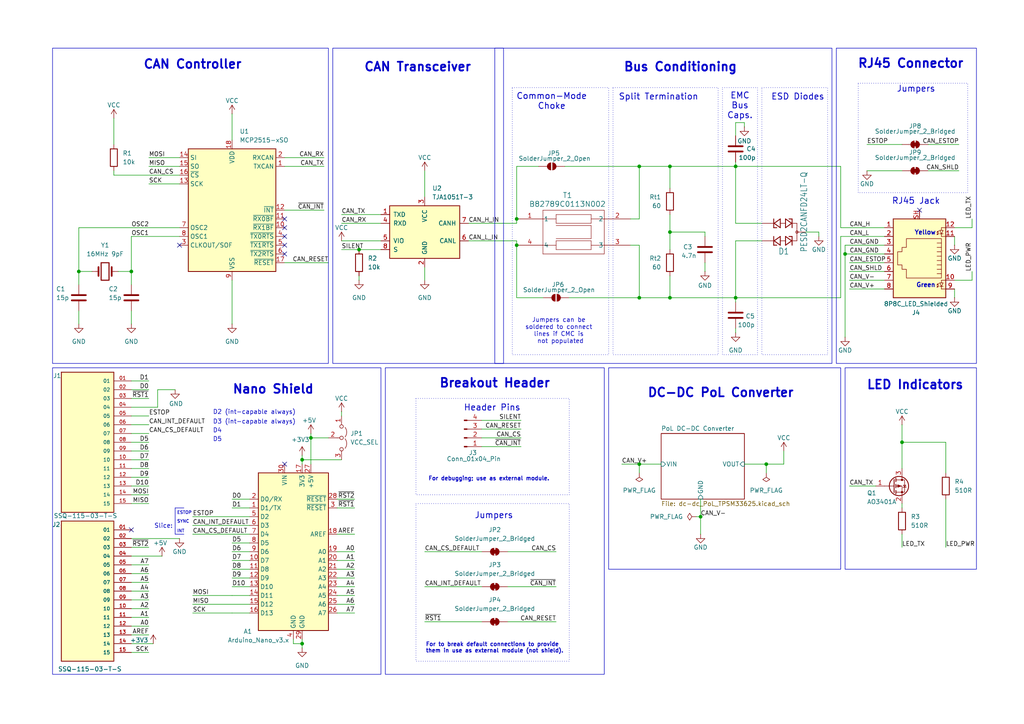
<source format=kicad_sch>
(kicad_sch (version 20250114) (generator "eeschema") (generator_version "9.0")
  (paper "A4")
  (lib_symbols
    (symbol "Connector:8P8C_LED_Shielded" (pin_names (offset 1.016))
      (property "Reference" "J" (at -5.08 13.97 0))
      (property "Value" "8P8C_LED_Shielded" (at 1.27 13.97 0))
      (symbol "8P8C_LED_Shielded_1_1"
        (pin passive line (at -10.16 10.16 0) (length 2.54) (name "~") (number "9"))
        (pin passive line (at -10.16 7.62 0) (length 2.54) (name "~") (number "10"))
        (pin passive line (at -10.16 -5.08 0) (length 2.54) (name "~") (number "11"))
        (pin passive line (at -10.16 -7.62 0) (length 2.54) (name "~") (number "12"))
        (pin passive line (at 0 -12.7 90) (length 2.54) (name "~") (number "SH"))
        (pin passive line (at 10.16 10.16 180) (length 2.54) (name "~") (number "8"))
        (pin passive line (at 10.16 7.62 180) (length 2.54) (name "~") (number "7"))
        (pin passive line (at 10.16 5.08 180) (length 2.54) (name "~") (number "6"))
        (pin passive line (at 10.16 2.54 180) (length 2.54) (name "~") (number "5"))
        (pin passive line (at 10.16 0 180) (length 2.54) (name "~") (number "4"))
        (pin passive line (at 10.16 -2.54 180) (length 2.54) (name "~") (number "3"))
        (pin passive line (at 10.16 -5.08 180) (length 2.54) (name "~") (number "2"))
        (pin passive line (at 10.16 -7.62 180) (length 2.54) (name "~") (number "1"))
      )
    )
    (symbol "Connector:Conn_01x04_Pin" (pin_names (offset 1.016) (hide yes))
      (property "Reference" "J" (at 0 5.08 0))
      (property "Value" "Conn_01x04_Pin" (at 0 -7.62 0))
      (symbol "Conn_01x04_Pin_1_1"
        (pin passive line (at 5.08 2.54 180) (length 3.81) (name "Pin_1") (number "1"))
        (pin passive line (at 5.08 0 180) (length 3.81) (name "Pin_2") (number "2"))
        (pin passive line (at 5.08 -2.54 180) (length 3.81) (name "Pin_3") (number "3"))
        (pin passive line (at 5.08 -5.08 180) (length 3.81) (name "Pin_4") (number "4"))
      )
    )
    (symbol "Device:C" (pin_numbers (hide yes)) (pin_names (offset 0.254))
      (property "Reference" "C" (at 0.635 2.54 0))
      (property "Value" "C" (at 0.635 -2.54 0))
      (symbol "C_1_1"
        (pin passive line (at 0 3.81 270) (length 2.794) (name "~") (number "1"))
        (pin passive line (at 0 -3.81 90) (length 2.794) (name "~") (number "2"))
      )
    )
    (symbol "Device:Crystal" (pin_numbers (hide yes)) (pin_names (offset 1.016) (hide yes))
      (property "Reference" "Y" (at 0 3.81 0))
      (property "Value" "Crystal" (at 0 -3.81 0))
      (symbol "Crystal_1_1"
        (pin passive line (at -3.81 0 0) (length 1.27) (name "1") (number "1"))
        (pin passive line (at 3.81 0 180) (length 1.27) (name "2") (number "2"))
      )
    )
    (symbol "Device:R" (pin_numbers (hide yes)) (pin_names (offset 0))
      (property "Reference" "R" (at 2.032 0 90))
      (property "Value" "R" (at 0 0 90))
      (symbol "R_1_1"
        (pin passive line (at 0 3.81 270) (length 1.27) (name "~") (number "1"))
        (pin passive line (at 0 -3.81 90) (length 1.27) (name "~") (number "2"))
      )
    )
    (symbol "Interface_CAN_LIN:MCP2515-xSO"
      (property "Reference" "U" (at -10.16 19.685 0))
      (property "Value" "MCP2515-xSO" (at 19.05 20.32 0))
      (symbol "MCP2515-xSO_1_1"
        (pin input line (at -15.24 15.24 0) (length 2.54) (name "SI") (number "14"))
        (pin output line (at -15.24 12.7 0) (length 2.54) (name "SO") (number "15"))
        (pin input line (at -15.24 10.16 0) (length 2.54) (name "~{CS}") (number "16"))
        (pin input line (at -15.24 7.62 0) (length 2.54) (name "SCK") (number "13"))
        (pin output line (at -15.24 -5.08 0) (length 2.54) (name "OSC2") (number "7"))
        (pin input line (at -15.24 -7.62 0) (length 2.54) (name "OSC1") (number "8"))
        (pin output line (at -15.24 -10.16 0) (length 2.54) (name "CLKOUT/SOF") (number "3"))
        (pin power_in line (at 0 20.32 270) (length 2.54) (name "VDD") (number "18"))
        (pin power_in line (at 0 -20.32 90) (length 2.54) (name "VSS") (number "9"))
        (pin input line (at 15.24 15.24 180) (length 2.54) (name "RXCAN") (number "2"))
        (pin output line (at 15.24 12.7 180) (length 2.54) (name "TXCAN") (number "1"))
        (pin output line (at 15.24 0 180) (length 2.54) (name "~{INT}") (number "12"))
        (pin output line (at 15.24 -2.54 180) (length 2.54) (name "~{RX0BF}") (number "11"))
        (pin output line (at 15.24 -5.08 180) (length 2.54) (name "~{RX1BF}") (number "10"))
        (pin input line (at 15.24 -7.62 180) (length 2.54) (name "~{TX0RTS}") (number "4"))
        (pin input line (at 15.24 -10.16 180) (length 2.54) (name "~{TX1RTS}") (number "5"))
        (pin input line (at 15.24 -12.7 180) (length 2.54) (name "~{TX2RTS}") (number "6"))
        (pin input line (at 15.24 -15.24 180) (length 2.54) (name "~{RESET}") (number "17"))
      )
    )
    (symbol "Interface_CAN_LIN:TJA1051T-3" (pin_names (offset 1.016))
      (property "Reference" "U" (at -10.16 8.89 0))
      (property "Value" "TJA1051T-3" (at 1.27 8.89 0))
      (symbol "TJA1051T-3_1_1"
        (pin input line (at -12.7 5.08 0) (length 2.54) (name "TXD") (number "1"))
        (pin output line (at -12.7 2.54 0) (length 2.54) (name "RXD") (number "4"))
        (pin power_in line (at -12.7 -2.54 0) (length 2.54) (name "VIO") (number "5"))
        (pin input line (at -12.7 -5.08 0) (length 2.54) (name "S") (number "8"))
        (pin power_in line (at 0 10.16 270) (length 2.54) (name "VCC") (number "3"))
        (pin power_in line (at 0 -10.16 90) (length 2.54) (name "GND") (number "2"))
        (pin bidirectional line (at 12.7 2.54 180) (length 2.54) (name "CANH") (number "7"))
        (pin bidirectional line (at 12.7 -2.54 180) (length 2.54) (name "CANL") (number "6"))
      )
    )
    (symbol "Jumper:Jumper_3_Open" (pin_names (offset 0) (hide yes)) (in_bom no)
      (property "Reference" "JP" (at -2.54 -2.54 0))
      (property "Value" "Jumper_3_Open" (at 0 2.794 0))
      (symbol "Jumper_3_Open_1_1"
        (pin passive line (at -6.35 0 0) (length 2.54) (name "A") (number "1"))
        (pin passive line (at 0 -3.81 90) (length 2.54) (name "C") (number "2"))
        (pin passive line (at 6.35 0 180) (length 2.54) (name "B") (number "3"))
      )
    )
    (symbol "Jumper:SolderJumper_2_Bridged" (pin_numbers (hide yes)) (pin_names (offset 0) (hide yes)) (exclude_from_sim yes) (in_bom no)
      (property "Reference" "JP" (at 0 2.032 0))
      (property "Value" "SolderJumper_2_Bridged" (at 0 -2.54 0))
      (symbol "SolderJumper_2_Bridged_1_1"
        (pin passive line (at -3.81 0 0) (length 2.54) (name "A") (number "1"))
        (pin passive line (at 3.81 0 180) (length 2.54) (name "B") (number "2"))
      )
    )
    (symbol "Jumper:SolderJumper_2_Open" (pin_numbers (hide yes)) (pin_names (offset 0) (hide yes)) (in_bom no)
      (property "Reference" "JP" (at 0 2.032 0))
      (property "Value" "SolderJumper_2_Open" (at 0 -2.54 0))
      (symbol "SolderJumper_2_Open_1_1"
        (pin passive line (at -3.81 0 0) (length 2.54) (name "A") (number "1"))
        (pin passive line (at 3.81 0 180) (length 2.54) (name "B") (number "2"))
      )
    )
    (symbol "MCU_Module:Arduino_Nano_v3.x"
      (property "Reference" "A" (at -10.16 23.495 0))
      (property "Value" "Arduino_Nano_v3.x" (at 5.08 -24.13 0))
      (symbol "Arduino_Nano_v3.x_1_1"
        (pin bidirectional line (at -12.7 15.24 0) (length 2.54) (name "D0/RX") (number "2"))
        (pin bidirectional line (at -12.7 12.7 0) (length 2.54) (name "D1/TX") (number "1"))
        (pin bidirectional line (at -12.7 10.16 0) (length 2.54) (name "D2") (number "5"))
        (pin bidirectional line (at -12.7 7.62 0) (length 2.54) (name "D3") (number "6"))
        (pin bidirectional line (at -12.7 5.08 0) (length 2.54) (name "D4") (number "7"))
        (pin bidirectional line (at -12.7 2.54 0) (length 2.54) (name "D5") (number "8"))
        (pin bidirectional line (at -12.7 0 0) (length 2.54) (name "D6") (number "9"))
        (pin bidirectional line (at -12.7 -2.54 0) (length 2.54) (name "D7") (number "10"))
        (pin bidirectional line (at -12.7 -5.08 0) (length 2.54) (name "D8") (number "11"))
        (pin bidirectional line (at -12.7 -7.62 0) (length 2.54) (name "D9") (number "12"))
        (pin bidirectional line (at -12.7 -10.16 0) (length 2.54) (name "D10") (number "13"))
        (pin bidirectional line (at -12.7 -12.7 0) (length 2.54) (name "D11") (number "14"))
        (pin bidirectional line (at -12.7 -15.24 0) (length 2.54) (name "D12") (number "15"))
        (pin bidirectional line (at -12.7 -17.78 0) (length 2.54) (name "D13") (number "16"))
        (pin power_in line (at -2.54 25.4 270) (length 2.54) (name "VIN") (number "30"))
        (pin power_in line (at 0 -25.4 90) (length 2.54) (name "GND") (number "4"))
        (pin power_out line (at 2.54 25.4 270) (length 2.54) (name "3V3") (number "17"))
        (pin power_in line (at 2.54 -25.4 90) (length 2.54) (name "GND") (number "29"))
        (pin power_out line (at 5.08 25.4 270) (length 2.54) (name "+5V") (number "27"))
        (pin input line (at 12.7 15.24 180) (length 2.54) (name "~{RESET}") (number "28"))
        (pin input line (at 12.7 12.7 180) (length 2.54) (name "~{RESET}") (number "3"))
        (pin input line (at 12.7 5.08 180) (length 2.54) (name "AREF") (number "18"))
        (pin bidirectional line (at 12.7 0 180) (length 2.54) (name "A0") (number "19"))
        (pin bidirectional line (at 12.7 -2.54 180) (length 2.54) (name "A1") (number "20"))
        (pin bidirectional line (at 12.7 -5.08 180) (length 2.54) (name "A2") (number "21"))
        (pin bidirectional line (at 12.7 -7.62 180) (length 2.54) (name "A3") (number "22"))
        (pin bidirectional line (at 12.7 -10.16 180) (length 2.54) (name "A4") (number "23"))
        (pin bidirectional line (at 12.7 -12.7 180) (length 2.54) (name "A5") (number "24"))
        (pin bidirectional line (at 12.7 -15.24 180) (length 2.54) (name "A6") (number "25"))
        (pin bidirectional line (at 12.7 -17.78 180) (length 2.54) (name "A7") (number "26"))
      )
    )
    (symbol "Transistor_FET:AO3401A" (pin_names (hide yes))
      (property "Reference" "Q" (at 5.08 1.905 0))
      (property "Value" "AO3401A" (at 5.08 0 0))
      (symbol "AO3401A_1_1"
        (pin input line (at -5.08 0 0) (length 2.54) (name "G") (number "1"))
        (pin passive line (at 2.54 5.08 270) (length 2.54) (name "D") (number "3"))
        (pin passive line (at 2.54 -5.08 90) (length 2.54) (name "S") (number "2"))
      )
    )
    (symbol "kml-custom:B82789C0113N002" (pin_names (offset 0.254))
      (property "Reference" "U" (at 20.32 7.62 0))
      (property "Value" "B82789C0113N002" (at 20.32 5.08 0))
      (symbol "B82789C0113N002_0_1"
        (pin unspecified line (at 3.81 0 0) (length 7.62) (name "1") (number "1"))
        (pin unspecified line (at 3.81 -7.62 0) (length 7.62) (name "4") (number "4"))
        (pin unspecified line (at 36.83 0 180) (length 7.62) (name "2") (number "2"))
        (pin unspecified line (at 36.83 -7.62 180) (length 7.62) (name "3") (number "3"))
      )
    )
    (symbol "kml-custom:PESD2CANFD24LT-Q"
      (property "Reference" "D1" (at -5.08 5.08 0))
      (property "Value" "PESD2CANFD24LT-Q" (at -5.08 -7.62 0))
      (symbol "PESD2CANFD24LT-Q_1_0"
        (pin passive line (at -7.62 2.54 0) (length 2.54) (name "1") (number "1"))
        (pin passive line (at -7.62 -2.54 0) (length 2.54) (name "2") (number "2"))
        (pin passive line (at 5.08 0 180) (length 2.54) (name "3") (number "3"))
      )
    )
    (symbol "kml-custom:SSQ-115-03-T-S" (pin_names (offset 1.016))
      (property "Reference" "J" (at -8.12 20.32 0))
      (property "Value" "SSQ-115-03-T-S" (at -7.62 -22.86 0))
      (symbol "SSQ-115-03-T-S_0_0"
        (pin passive line (at -12.7 17.78 0) (length 5.08) (name "01") (number "01"))
        (pin passive line (at -12.7 15.24 0) (length 5.08) (name "02") (number "02"))
        (pin passive line (at -12.7 12.7 0) (length 5.08) (name "03") (number "03"))
        (pin passive line (at -12.7 10.16 0) (length 5.08) (name "04") (number "04"))
        (pin passive line (at -12.7 7.62 0) (length 5.08) (name "05") (number "05"))
        (pin passive line (at -12.7 5.08 0) (length 5.08) (name "06") (number "06"))
        (pin passive line (at -12.7 2.54 0) (length 5.08) (name "07") (number "07"))
        (pin passive line (at -12.7 0 0) (length 5.08) (name "08") (number "08"))
        (pin passive line (at -12.7 -2.54 0) (length 5.08) (name "09") (number "09"))
        (pin passive line (at -12.7 -5.08 0) (length 5.08) (name "10") (number "10"))
        (pin passive line (at -12.7 -7.62 0) (length 5.08) (name "11") (number "11"))
        (pin passive line (at -12.7 -10.16 0) (length 5.08) (name "12") (number "12"))
        (pin passive line (at -12.7 -12.7 0) (length 5.08) (name "13") (number "13"))
        (pin passive line (at -12.7 -15.24 0) (length 5.08) (name "14") (number "14"))
        (pin passive line (at -12.7 -17.78 0) (length 5.08) (name "15") (number "15"))
      )
    )
    (symbol "power:+3V3" (power) (pin_numbers (hide yes)) (pin_names (offset 0) (hide yes))
      (property "Value" "+3V3" (at 0 3.556 0))
      (symbol "+3V3_1_1"
        (pin power_in line (at 0 0 90) (length 0) (name "~") (number "1"))
      )
    )
    (symbol "power:+5V" (power) (pin_numbers (hide yes)) (pin_names (offset 0) (hide yes))
      (property "Value" "+5V" (at 0 3.556 0))
      (symbol "+5V_1_1"
        (pin power_in line (at 0 0 90) (length 0) (name "~") (number "1"))
      )
    )
    (symbol "power:GND" (power) (pin_numbers (hide yes)) (pin_names (offset 0) (hide yes))
      (property "Value" "GND" (at 0 -3.81 0))
      (symbol "GND_1_1"
        (pin power_in line (at 0 0 270) (length 0) (name "~") (number "1"))
      )
    )
    (symbol "power:PWR_FLAG" (power) (pin_numbers (hide yes)) (pin_names (offset 0) (hide yes))
      (property "Value" "PWR_FLAG" (at 0 3.81 0))
      (symbol "PWR_FLAG_0_0"
        (pin power_out line (at 0 0 90) (length 0) (name "~") (number "1"))
      )
    )
    (symbol "power:VCC" (power) (pin_numbers (hide yes)) (pin_names (offset 0) (hide yes))
      (property "Value" "VCC" (at 0 3.556 0))
      (symbol "VCC_1_1"
        (pin power_in line (at 0 0 90) (length 0) (name "~") (number "1"))
      )
    )
  )
  (rectangle (start 96.52 13.97) (end 146.05 105.41))
  (rectangle (start 176.53 106.68) (end 243.84 165.1))
  (rectangle (start 143.51 13.97) (end 241.3 105.41))
  (rectangle (start 177.8 25.4) (end 208.28 102.87) (stroke (width 0) (type dot)))
  (rectangle (start 242.57 13.97) (end 283.21 105.41))
  (rectangle (start 148.59 25.4) (end 176.53 102.87) (stroke (width 0) (type dot)))
  (rectangle (start 111.76 106.68) (end 175.26 195.58))
  (rectangle (start 220.98 25.4) (end 240.03 102.87) (stroke (width 0) (type dot)))
  (rectangle (start 245.11 106.68) (end 283.21 165.1))
  (rectangle (start 120.65 115.57) (end 165.1 143.51) (stroke (width 0) (type dot)))
  (rectangle (start 15.24 13.97) (end 95.25 105.41))
  (rectangle (start 15.24 106.68) (end 110.49 195.58))
  (rectangle (start 120.65 146.05) (end 165.1 191.77) (stroke (width 0) (type dot)))
  (rectangle (start 248.92 24.13) (end 280.67 55.88) (stroke (width 0) (type dot)))
  (rectangle (start 209.55 25.4) (end 219.71 102.87) (stroke (width 0) (type dot)))
  (text "Header Pins" (at 142.748 118.364 0) (effects (font (size 1.778 1.778) (thickness 0.2223))))
  (text "EMC\nBus\nCaps." (at 214.63 30.734 0) (effects (font (size 1.778 1.778) (thickness 0.2223))))
  (text "ESTOP" (at 51.308 148.844 0) (effects (font (size 0.889 0.889)) (justify left)))
  (text "For debugging; use as external module." (at 124.206 138.938 0) (effects (font (size 1.143 1.143) (thickness 0.2223)) (justify left)))
  (text "Slice:" (at 44.704 152.654 0) (effects (font (size 1.27 1.27)) (justify left)))
  (text "D5" (at 61.722 127.508 0) (effects (font (size 1.27 1.27)) (justify left)))
  (text "RJ45 Jack" (at 265.684 58.42 0) (effects (font (size 1.778 1.778) (thickness 0.2223))))
  (text "D4" (at 61.722 124.968 0) (effects (font (size 1.27 1.27)) (justify left)))
  (text "Bus Conditioning" (at 197.358 19.558 0) (effects (font (size 2.54 2.54) (thickness 0.508) (bold yes))))
  (text "Breakout Header" (at 143.51 111.252 0) (effects (font (size 2.54 2.54) (thickness 0.508) (bold yes))))
  (text "INT" (at 51.308 154.178 0) (effects (font (size 0.889 0.889)) (justify left)))
  (text "Jumpers" (at 143.256 149.606 0) (effects (font (size 1.778 1.778) (thickness 0.2223))))
  (text "CAN Controller" (at 55.88 18.796 0) (effects (font (size 2.54 2.54) (thickness 0.508) (bold yes))))
  (text "ESD Diodes" (at 231.394 28.194 0) (effects (font (size 1.778 1.778) (thickness 0.2223))))
  (text "For to break default connections to provide\nthem in use as external module (not shield)." (at 123.444 187.96 0) (effects (font (size 1.143 1.143) (thickness 0.2223)) (justify left)))
  (text "D3 (int-capable always)" (at 61.722 122.428 0) (effects (font (size 1.27 1.27)) (justify left)))
  (text "Split Termination" (at 191.008 28.194 0) (effects (font (size 1.778 1.778) (thickness 0.2223))))
  (text "SYNC" (at 51.308 151.384 0) (effects (font (size 0.889 0.889)) (justify left)))
  (text "Jumpers" (at 265.684 25.908 0) (effects (font (size 1.778 1.778) (thickness 0.2223))))
  (text "CAN Transceiver" (at 121.158 19.558 0) (effects (font (size 2.54 2.54) (thickness 0.508) (bold yes))))
  (text "RJ45 Connector" (at 264.16 18.542 0) (effects (font (size 2.54 2.54) (thickness 0.508) (bold yes))))
  (text "LED Indicators" (at 265.43 111.76 0) (effects (font (size 2.54 2.54) (thickness 0.508) (bold yes))))
  (text "CAN-Nano Configuration - Pinout for RJ45 connector\n\n+-----------------------------------------------------+\n| Pin | Signal		| Description                            \n+-----------------------------------------------------+\n| 1   | CAN_H		| CAN_H bus line (dominant high)           \n| 2   | CAN_L		| CAN_L bus line (dominant low)          \n| 3   | CAN_GND		| Ground / 0 V / V-                      \n| 4   | -			| SYNC pin connected to MCU                              \n| 5   | -			| ESTOP pin connected to MCU                                 \n| 6   | (CAN_SHLD)	| Optional (selectable*) CAN Shield                      \n| 7   | (GND)     	| VBUS ground                          \n| 8   | (CAN_V+)  	| VBUS +12V or +24V     \n+-----------------------------------------------------+\n\n* Shielding should be selectable as sometimes it is desirable to disconnect \n  the shield as it can create ground loops in large or complex setups" (at 300.482 86.36 0) (effects (font (size 1.27 1.27)) (justify left)))
  (text "Yellow" (at 265.176 68.326 0) (effects (font (size 1.27 1.27) (bold yes)) (justify left bottom)))
  (text "D2 (int-capable always)" (at 61.722 119.634 0) (effects (font (size 1.27 1.27)) (justify left)))
  (text "DC-DC PoL Converter" (at 209.042 114.046 0) (effects (font (size 2.54 2.54) (thickness 0.508) (bold yes))))
  (text "Jumpers can be \nsoldered to connect \nlines if CMC is \nnot populated" (at 162.56 96.012 0) (effects (font (size 1.27 1.27))))
  (text "Common-Mode\nChoke" (at 160.02 29.464 0) (effects (font (size 1.778 1.778) (thickness 0.2223))))
  (text "Table 7 - Pinout for RJ45 connector\n\n+----------------------------------------------------+\n| Pin | Signal		| Description                            \n+----------------------------------------------------+\n| 1   | CAN_H		| CAN_H bus line (dominant high)           \n| 2   | CAN_L		| CAN_L bus line (dominant low)          \n| 3   | CAN_GND		| Ground / 0 V / V-                      \n| 4   | -			| Reserved                               \n| 5   | -			| Reserved                                  \n| 6   | (CAN_SHLD)	| Optional CAN Shield                      \n| 7   | (GND)     	| Optional ground                          \n| 8   | (CAN_V+)  	| Optional CAN external positive supply     \n+----------------------------------------------------+\n\n© CiA 2017 - All rights reserved\n" (at 300.482 42.164 0) (effects (font (size 1.27 1.27)) (justify left)))
  (text "Nano Shield" (at 79.248 113.03 0) (effects (font (size 2.54 2.54) (thickness 0.508) (bold yes))))
  (text "Green" (at 265.684 83.566 0) (effects (font (size 1.27 1.27) (bold yes)) (justify left bottom)))
  (junction (at 87.63 133.35))
  (junction (at 185.42 86.36))
  (junction (at 194.31 48.26))
  (junction (at 261.62 128.27))
  (junction (at 90.17 127))
  (junction (at 245.11 73.66))
  (junction (at 213.36 48.26))
  (junction (at 149.86 63.5))
  (junction (at 104.14 72.39))
  (junction (at 87.63 186.69))
  (junction (at 222.25 134.62))
  (junction (at 22.86 78.74))
  (junction (at 194.31 86.36))
  (junction (at 185.42 48.26))
  (junction (at 149.86 71.12))
  (junction (at 213.36 86.36))
  (junction (at 38.1 78.74))
  (junction (at 185.42 134.62))
  (junction (at 194.31 67.31))
  (junction (at 203.2 149.86))
  (no_connect (at 82.55 71.12))
  (no_connect (at 38.1 153.67))
  (no_connect (at 266.7 60.96))
  (no_connect (at 82.55 66.04))
  (no_connect (at 82.55 73.66))
  (no_connect (at 82.55 134.62))
  (no_connect (at 82.55 68.58))
  (no_connect (at 82.55 63.5))
  (no_connect (at 52.07 71.12))
  (wire (pts (xy 246.38 83.82) (xy 256.54 83.82)))
  (wire (pts (xy 38.1 158.75) (xy 43.18 158.75)))
  (wire (pts (xy 43.18 45.72) (xy 52.07 45.72)))
  (wire (pts (xy 22.86 90.17) (xy 22.86 93.98)))
  (wire (pts (xy 245.11 71.12) (xy 256.54 71.12)))
  (wire (pts (xy 261.62 128.27) (xy 261.62 135.89)))
  (wire (pts (xy 246.38 81.28) (xy 256.54 81.28)))
  (wire (pts (xy 104.14 72.39) (xy 110.49 72.39)))
  (wire (pts (xy 102.87 175.26) (xy 97.79 175.26)))
  (wire (pts (xy 194.31 67.31) (xy 194.31 72.39)))
  (polyline (pts (xy 50.8 154.94) (xy 50.8 147.32)))
  (wire (pts (xy 237.49 68.58) (xy 237.49 67.31)))
  (wire (pts (xy 269.24 41.91) (xy 278.13 41.91)) (stroke (width 0.1524)))
  (wire (pts (xy 213.36 48.26) (xy 213.36 46.99)))
  (wire (pts (xy 43.18 48.26) (xy 52.07 48.26)))
  (wire (pts (xy 261.62 123.19) (xy 261.62 128.27)))
  (wire (pts (xy 43.18 120.65) (xy 38.1 120.65)))
  (wire (pts (xy 87.63 133.35) (xy 87.63 134.62)))
  (wire (pts (xy 213.36 69.85) (xy 220.98 69.85)))
  (wire (pts (xy 99.06 62.23) (xy 110.49 62.23)))
  (wire (pts (xy 261.62 146.05) (xy 261.62 147.32)))
  (wire (pts (xy 149.86 48.26) (xy 149.86 63.5)))
  (wire (pts (xy 38.1 82.55) (xy 38.1 78.74)))
  (wire (pts (xy 38.1 90.17) (xy 38.1 93.98)))
  (wire (pts (xy 33.02 50.8) (xy 52.07 50.8)))
  (wire (pts (xy 90.17 127) (xy 90.17 134.62)))
  (wire (pts (xy 102.87 154.94) (xy 97.79 154.94)))
  (wire (pts (xy 102.87 172.72) (xy 97.79 172.72)))
  (wire (pts (xy 87.63 133.35) (xy 99.06 133.35)))
  (wire (pts (xy 102.87 162.56) (xy 97.79 162.56)))
  (wire (pts (xy 67.31 165.1) (xy 72.39 165.1)))
  (wire (pts (xy 185.42 63.5) (xy 182.88 63.5)))
  (wire (pts (xy 43.18 140.97) (xy 38.1 140.97)))
  (wire (pts (xy 55.88 172.72) (xy 67.31 172.72)) (stroke (width 0.1524)))
  (wire (pts (xy 38.1 161.29) (xy 46.99 161.29)))
  (wire (pts (xy 204.47 67.31) (xy 204.47 68.58)))
  (wire (pts (xy 85.09 186.69) (xy 85.09 185.42)))
  (wire (pts (xy 185.42 71.12) (xy 185.42 86.36)))
  (wire (pts (xy 139.7 170.18) (xy 123.19 170.18)) (stroke (width 0.1524)))
  (wire (pts (xy 87.63 132.08) (xy 87.63 133.35)))
  (polyline (pts (xy 50.8 147.32) (xy 53.34 147.32)))
  (wire (pts (xy 274.32 144.78) (xy 274.32 158.75)))
  (wire (pts (xy 55.88 175.26) (xy 67.31 175.26)) (stroke (width 0.1524)))
  (wire (pts (xy 276.86 71.12) (xy 276.86 68.58)))
  (wire (pts (xy 43.18 128.27) (xy 38.1 128.27)))
  (wire (pts (xy 147.32 170.18) (xy 161.29 170.18)) (stroke (width 0.1524)))
  (wire (pts (xy 276.86 86.36) (xy 276.86 83.82)))
  (wire (pts (xy 22.86 78.74) (xy 22.86 82.55)) (stroke (width 0.1524)))
  (wire (pts (xy 261.62 128.27) (xy 274.32 128.27)))
  (wire (pts (xy 215.9 35.56) (xy 215.9 36.83)))
  (wire (pts (xy 102.87 177.8) (xy 97.79 177.8)))
  (wire (pts (xy 243.84 68.58) (xy 243.84 86.36)))
  (wire (pts (xy 194.31 80.01) (xy 194.31 86.36)))
  (wire (pts (xy 194.31 67.31) (xy 204.47 67.31)))
  (wire (pts (xy 149.86 63.5) (xy 149.86 64.77)))
  (wire (pts (xy 102.87 165.1) (xy 97.79 165.1)))
  (wire (pts (xy 215.9 35.56) (xy 213.36 35.56)))
  (wire (pts (xy 213.36 95.25) (xy 213.36 96.52)))
  (wire (pts (xy 67.31 157.48) (xy 72.39 157.48)))
  (wire (pts (xy 185.42 134.62) (xy 191.77 134.62)))
  (wire (pts (xy 43.18 113.03) (xy 38.1 113.03)))
  (wire (pts (xy 274.32 128.27) (xy 274.32 137.16)))
  (wire (pts (xy 281.94 66.04) (xy 276.86 66.04)))
  (wire (pts (xy 151.13 121.92) (xy 139.7 121.92)))
  (polyline (pts (xy 53.34 154.94) (xy 50.8 154.94)))
  (wire (pts (xy 43.18 176.53) (xy 38.1 176.53)))
  (wire (pts (xy 243.84 66.04) (xy 256.54 66.04)))
  (wire (pts (xy 204.47 76.2) (xy 204.47 78.74)))
  (wire (pts (xy 55.88 152.4) (xy 72.39 152.4)))
  (wire (pts (xy 22.86 66.04) (xy 52.07 66.04)) (stroke (width 0.1524)))
  (wire (pts (xy 185.42 86.36) (xy 194.31 86.36)))
  (wire (pts (xy 104.14 81.28) (xy 104.14 80.01)))
  (wire (pts (xy 185.42 71.12) (xy 182.88 71.12)))
  (wire (pts (xy 45.72 113.03) (xy 45.72 118.11)))
  (wire (pts (xy 43.18 166.37) (xy 38.1 166.37)))
  (wire (pts (xy 67.31 177.8) (xy 72.39 177.8)))
  (wire (pts (xy 139.7 180.34) (xy 123.19 180.34)) (stroke (width 0.1524)))
  (wire (pts (xy 147.32 160.02) (xy 161.29 160.02)) (stroke (width 0.1524)))
  (wire (pts (xy 194.31 62.23) (xy 194.31 67.31)))
  (wire (pts (xy 67.31 167.64) (xy 72.39 167.64)))
  (wire (pts (xy 163.83 48.26) (xy 185.42 48.26)))
  (wire (pts (xy 203.2 149.86) (xy 203.2 144.78)))
  (wire (pts (xy 222.25 137.16) (xy 222.25 134.62)))
  (wire (pts (xy 67.31 172.72) (xy 72.39 172.72)))
  (wire (pts (xy 90.17 127) (xy 95.25 127)))
  (wire (pts (xy 43.18 125.73) (xy 38.1 125.73)))
  (wire (pts (xy 261.62 154.94) (xy 261.62 158.75)))
  (wire (pts (xy 194.31 86.36) (xy 213.36 86.36)))
  (wire (pts (xy 43.18 173.99) (xy 38.1 173.99)))
  (wire (pts (xy 67.31 33.02) (xy 67.31 40.64)))
  (wire (pts (xy 269.24 49.53) (xy 278.13 49.53)) (stroke (width 0.1524)))
  (wire (pts (xy 43.18 163.83) (xy 38.1 163.83)))
  (wire (pts (xy 185.42 48.26) (xy 185.42 63.5)))
  (wire (pts (xy 55.88 177.8) (xy 67.31 177.8)) (stroke (width 0.1524)))
  (wire (pts (xy 67.31 162.56) (xy 72.39 162.56)))
  (wire (pts (xy 95.25 76.2) (xy 82.55 76.2)))
  (wire (pts (xy 135.89 64.77) (xy 149.86 64.77)))
  (wire (pts (xy 261.62 49.53) (xy 251.46 49.53)) (stroke (width 0.1524)))
  (wire (pts (xy 213.36 64.77) (xy 220.98 64.77)))
  (wire (pts (xy 123.19 77.47) (xy 123.19 81.28)))
  (wire (pts (xy 33.02 34.29) (xy 33.02 41.91)))
  (wire (pts (xy 99.06 72.39) (xy 104.14 72.39)))
  (wire (pts (xy 99.06 64.77) (xy 110.49 64.77)))
  (wire (pts (xy 55.88 149.86) (xy 72.39 149.86)))
  (wire (pts (xy 38.1 186.69) (xy 44.45 186.69)))
  (wire (pts (xy 43.18 133.35) (xy 38.1 133.35)))
  (wire (pts (xy 38.1 78.74) (xy 34.29 78.74)))
  (wire (pts (xy 245.11 73.66) (xy 245.11 71.12)))
  (wire (pts (xy 38.1 68.58) (xy 38.1 78.74)) (stroke (width 0.1524)))
  (wire (pts (xy 245.11 73.66) (xy 256.54 73.66)))
  (wire (pts (xy 87.63 187.96) (xy 87.63 186.69)))
  (wire (pts (xy 135.89 69.85) (xy 149.86 69.85)))
  (wire (pts (xy 139.7 160.02) (xy 123.19 160.02)) (stroke (width 0.1524)))
  (wire (pts (xy 281.94 81.28) (xy 276.86 81.28)))
  (wire (pts (xy 227.33 130.81) (xy 227.33 134.62)))
  (wire (pts (xy 50.8 113.03) (xy 45.72 113.03)))
  (wire (pts (xy 149.86 69.85) (xy 149.86 71.12)))
  (wire (pts (xy 102.87 147.32) (xy 97.79 147.32)))
  (wire (pts (xy 246.38 76.2) (xy 256.54 76.2)))
  (wire (pts (xy 213.36 48.26) (xy 243.84 48.26)))
  (wire (pts (xy 201.93 149.86) (xy 203.2 149.86)))
  (wire (pts (xy 227.33 134.62) (xy 222.25 134.62)))
  (wire (pts (xy 82.55 45.72) (xy 93.98 45.72)))
  (wire (pts (xy 147.32 180.34) (xy 161.29 180.34)) (stroke (width 0.1524)))
  (wire (pts (xy 149.86 71.12) (xy 149.86 86.36)))
  (wire (pts (xy 149.86 86.36) (xy 157.48 86.36)))
  (wire (pts (xy 149.86 48.26) (xy 156.21 48.26)))
  (wire (pts (xy 246.38 140.97) (xy 254 140.97)))
  (wire (pts (xy 85.09 186.69) (xy 87.63 186.69)))
  (wire (pts (xy 43.18 53.34) (xy 52.07 53.34)))
  (wire (pts (xy 67.31 144.78) (xy 72.39 144.78)))
  (wire (pts (xy 38.1 189.23) (xy 43.18 189.23)))
  (wire (pts (xy 90.17 125.73) (xy 90.17 127)))
  (wire (pts (xy 82.55 48.26) (xy 93.98 48.26)))
  (wire (pts (xy 93.98 60.96) (xy 82.55 60.96)))
  (wire (pts (xy 43.18 138.43) (xy 38.1 138.43)))
  (wire (pts (xy 67.31 160.02) (xy 72.39 160.02)))
  (wire (pts (xy 33.02 49.53) (xy 33.02 50.8)))
  (wire (pts (xy 151.13 127) (xy 139.7 127)))
  (wire (pts (xy 55.88 154.94) (xy 72.39 154.94)))
  (wire (pts (xy 213.36 86.36) (xy 243.84 86.36)))
  (wire (pts (xy 43.18 130.81) (xy 38.1 130.81)))
  (wire (pts (xy 43.18 181.61) (xy 38.1 181.61)))
  (wire (pts (xy 151.13 129.54) (xy 139.7 129.54)))
  (wire (pts (xy 243.84 66.04) (xy 243.84 48.26)))
  (wire (pts (xy 38.1 123.19) (xy 43.18 123.19)))
  (wire (pts (xy 246.38 78.74) (xy 256.54 78.74)))
  (wire (pts (xy 43.18 179.07) (xy 38.1 179.07)))
  (wire (pts (xy 222.25 134.62) (xy 215.9 134.62)))
  (wire (pts (xy 102.87 144.78) (xy 97.79 144.78)))
  (wire (pts (xy 194.31 48.26) (xy 194.31 54.61)))
  (wire (pts (xy 67.31 175.26) (xy 72.39 175.26)))
  (wire (pts (xy 67.31 170.18) (xy 72.39 170.18)))
  (wire (pts (xy 185.42 137.16) (xy 185.42 134.62)))
  (wire (pts (xy 45.72 118.11) (xy 38.1 118.11)))
  (wire (pts (xy 38.1 156.21) (xy 52.07 156.21)))
  (wire (pts (xy 99.06 69.85) (xy 110.49 69.85)))
  (wire (pts (xy 203.2 149.86) (xy 203.2 154.94)))
  (wire (pts (xy 213.36 86.36) (xy 213.36 87.63)))
  (wire (pts (xy 180.34 134.62) (xy 185.42 134.62)))
  (wire (pts (xy 43.18 168.91) (xy 38.1 168.91)))
  (wire (pts (xy 67.31 93.98) (xy 67.31 81.28)))
  (wire (pts (xy 123.19 49.53) (xy 123.19 57.15)))
  (wire (pts (xy 43.18 171.45) (xy 38.1 171.45)))
  (wire (pts (xy 43.18 143.51) (xy 38.1 143.51)))
  (wire (pts (xy 102.87 160.02) (xy 97.79 160.02)))
  (wire (pts (xy 151.13 124.46) (xy 139.7 124.46)))
  (wire (pts (xy 213.36 48.26) (xy 213.36 64.77)))
  (wire (pts (xy 43.18 146.05) (xy 38.1 146.05)))
  (wire (pts (xy 22.86 78.74) (xy 26.67 78.74)) (stroke (width 0.1524)))
  (wire (pts (xy 102.87 170.18) (xy 97.79 170.18)))
  (wire (pts (xy 281.94 63.5) (xy 281.94 66.04)))
  (wire (pts (xy 38.1 68.58) (xy 52.07 68.58)) (stroke (width 0.1524)))
  (wire (pts (xy 99.06 119.38) (xy 99.06 120.65)))
  (wire (pts (xy 245.11 97.79) (xy 245.11 73.66)))
  (wire (pts (xy 87.63 185.42) (xy 87.63 186.69)))
  (wire (pts (xy 213.36 69.85) (xy 213.36 86.36)))
  (wire (pts (xy 38.1 184.15) (xy 43.18 184.15)))
  (wire (pts (xy 67.31 147.32) (xy 72.39 147.32)))
  (wire (pts (xy 243.84 68.58) (xy 256.54 68.58)))
  (wire (pts (xy 194.31 48.26) (xy 213.36 48.26)))
  (wire (pts (xy 165.1 86.36) (xy 185.42 86.36)))
  (wire (pts (xy 281.94 78.74) (xy 281.94 81.28)))
  (wire (pts (xy 43.18 110.49) (xy 38.1 110.49)))
  (wire (pts (xy 213.36 35.56) (xy 213.36 39.37)))
  (wire (pts (xy 261.62 41.91) (xy 251.46 41.91)) (stroke (width 0.1524)))
  (wire (pts (xy 185.42 48.26) (xy 194.31 48.26)))
  (wire (pts (xy 43.18 115.57) (xy 38.1 115.57)))
  (wire (pts (xy 22.86 66.04) (xy 22.86 78.74)) (stroke (width 0.1524)))
  (wire (pts (xy 102.87 167.64) (xy 97.79 167.64)))
  (wire (pts (xy 237.49 67.31) (xy 233.68 67.31)))
  (wire (pts (xy 43.18 135.89) (xy 38.1 135.89)))
  (label "~{RST1}" (at 102.87 147.32 180))
  (label "A0" (at 102.87 160.02 180))
  (label "A1" (at 43.18 179.07 180))
  (label "A3" (at 102.87 167.64 180))
  (label "CAN_GND" (at 246.38 73.66 0) (effects (font (size 1.2446 1.2446))))
  (label "A5" (at 43.18 168.91 180))
  (label "CAN_INT_DEFAULT" (at 55.88 152.4 0) (effects (font (size 1.2446 1.2446))))
  (label "LED_TX" (at 281.94 63.5 90) (effects (font (size 1.2446 1.2446))))
  (label "~{RST2}" (at 102.87 144.78 180))
  (label "CAN_CS_DEFAULT" (at 43.18 125.73 0) (effects (font (size 1.2446 1.2446))))
  (label "CAN_TX" (at 246.38 140.97 0) (effects (font (size 1.2446 1.2446))))
  (label "CAN_INT_DEFAULT" (at 123.19 170.18 0) (effects (font (size 1.2446 1.2446))))
  (label "CAN_RX" (at 93.98 45.72 180) (effects (font (size 1.2446 1.2446))))
  (label "A6" (at 102.87 175.26 180))
  (label "CAN_TX" (at 93.98 48.26 180) (effects (font (size 1.2446 1.2446))))
  (label "A0" (at 43.18 181.61 180))
  (label "D1" (at 43.18 110.49 180))
  (label "LED_PWR" (at 281.94 78.74 90) (effects (font (size 1.2446 1.2446))))
  (label "CAN_GND" (at 246.38 71.12 0) (effects (font (size 1.2446 1.2446))))
  (label "CAN_INT_DEFAULT" (at 43.18 123.19 0) (effects (font (size 1.2446 1.2446))))
  (label "~{CAN_INT}" (at 93.98 60.96 180) (effects (font (size 1.2446 1.2446))))
  (label "ESTOP" (at 55.88 149.86 0))
  (label "D5" (at 43.18 128.27 180))
  (label "CAN_SHLD" (at 278.13 49.53 180) (effects (font (size 1.2446 1.2446))))
  (label "CAN_TX" (at 99.06 62.23 0) (effects (font (size 1.2446 1.2446))))
  (label "CAN_SHLD" (at 246.38 78.74 0) (effects (font (size 1.2446 1.2446))))
  (label "A6" (at 43.18 166.37 180))
  (label "CAN_CS" (at 151.13 127 180) (effects (font (size 1.2446 1.2446))))
  (label "SCK" (at 43.18 53.34 0) (effects (font (size 1.2446 1.2446))))
  (label "A3" (at 43.18 173.99 180))
  (label "AREF" (at 102.87 154.94 180))
  (label "CAN_V+" (at 180.34 134.62 0) (effects (font (size 1.2446 1.2446))))
  (label "D6" (at 43.18 130.81 180))
  (label "D10" (at 67.31 170.18 0))
  (label "OSC1" (at 38.1 68.58 0) (effects (font (size 1.2446 1.2446))))
  (label "A7" (at 102.87 177.8 180))
  (label "A4" (at 102.87 170.18 180))
  (label "D0" (at 67.31 144.78 0))
  (label "CAN_RESET" (at 95.25 76.2 180) (effects (font (size 1.2446 1.2446))))
  (label "SCK" (at 55.88 177.8 0) (effects (font (size 1.2446 1.2446))))
  (label "D7" (at 67.31 162.56 0))
  (label "CAN_H" (at 246.38 66.04 0) (effects (font (size 1.2446 1.2446))))
  (label "MISO" (at 43.18 48.26 0) (effects (font (size 1.2446 1.2446))))
  (label "A1" (at 102.87 162.56 180))
  (label "CAN_L_IN" (at 135.89 69.85 0) (effects (font (size 1.2446 1.2446))))
  (label "CAN_CS" (at 161.29 160.02 180) (effects (font (size 1.2446 1.2446))))
  (label "D10" (at 43.18 140.97 180))
  (label "MOSI" (at 43.18 143.51 180) (effects (font (size 1.2446 1.2446))))
  (label "A2" (at 102.87 165.1 180))
  (label "CAN_ESTOP" (at 246.38 76.2 0) (effects (font (size 1.2446 1.2446))))
  (label "D5" (at 67.31 157.48 0))
  (label "A2" (at 43.18 176.53 180))
  (label "~{RST1}" (at 123.19 180.34 0))
  (label "SILENT" (at 99.06 72.39 0) (effects (font (size 1.2446 1.2446))))
  (label "CAN_H_IN" (at 135.89 64.77 0) (effects (font (size 1.2446 1.2446))))
  (label "D0" (at 43.18 113.03 180))
  (label "D8" (at 67.31 165.1 0))
  (label "~{CAN_INT}" (at 161.29 170.18 180) (effects (font (size 1.2446 1.2446))))
  (label "D9" (at 43.18 138.43 180))
  (label "D8" (at 43.18 135.89 180))
  (label "OSC2" (at 38.1 66.04 0) (effects (font (size 1.2446 1.2446))))
  (label "SILENT" (at 151.13 121.92 180) (effects (font (size 1.2446 1.2446))))
  (label "SCK" (at 43.18 189.23 180) (effects (font (size 1.2446 1.2446))))
  (label "CAN_V-" (at 203.2 149.86 0) (effects (font (size 1.2446 1.2446))))
  (label "D6" (at 67.31 160.02 0))
  (label "LED_TX" (at 261.62 158.75 0) (effects (font (size 1.2446 1.2446))))
  (label "MOSI" (at 43.18 45.72 0) (effects (font (size 1.2446 1.2446))))
  (label "CAN_CS_DEFAULT" (at 55.88 154.94 0) (effects (font (size 1.2446 1.2446))))
  (label "A5" (at 102.87 172.72 180))
  (label "AREF" (at 43.18 184.15 180))
  (label "MOSI" (at 55.88 172.72 0) (effects (font (size 1.2446 1.2446))))
  (label "~{RST2}" (at 43.18 158.75 180))
  (label "D9" (at 67.31 167.64 0))
  (label "CAN_ESTOP" (at 278.13 41.91 180) (effects (font (size 1.2446 1.2446))))
  (label "MISO" (at 55.88 175.26 0) (effects (font (size 1.2446 1.2446))))
  (label "ESTOP" (at 43.18 120.65 0))
  (label "CAN_RESET" (at 151.13 124.46 180) (effects (font (size 1.2446 1.2446))))
  (label "D1" (at 67.31 147.32 0))
  (label "CAN_V-" (at 246.38 81.28 0) (effects (font (size 1.2446 1.2446))))
  (label "ESTOP" (at 251.46 41.91 0))
  (label "LED_PWR" (at 274.32 158.75 0) (effects (font (size 1.2446 1.2446))))
  (label "MISO" (at 43.18 146.05 180) (effects (font (size 1.2446 1.2446))))
  (label "A4" (at 43.18 171.45 180))
  (label "~{RST1}" (at 43.18 115.57 180))
  (label "CAN_CS" (at 43.18 50.8 0) (effects (font (size 1.2446 1.2446))))
  (label "A7" (at 43.18 163.83 180))
  (label "CAN_CS_DEFAULT" (at 123.19 160.02 0) (effects (font (size 1.2446 1.2446))))
  (label "D7" (at 43.18 133.35 180))
  (label "~{CAN_INT}" (at 151.13 129.54 180) (effects (font (size 1.2446 1.2446))))
  (label "CAN_V+" (at 246.38 83.82 0) (effects (font (size 1.2446 1.2446))))
  (label "CAN_L" (at 246.38 68.58 0) (effects (font (size 1.2446 1.2446))))
  (label "CAN_RESET" (at 161.29 180.34 180) (effects (font (size 1.2446 1.2446))))
  (label "CAN_RX" (at 99.06 64.77 0) (effects (font (size 1.2446 1.2446))))
  (symbol (lib_id "Interface_CAN_LIN:TJA1051T-3") (at 123.19 67.31 0) (unit 1)
    (property "Reference" "U2" (at 125.3841 54.61 0) (effects (justify left)))
    (property "Value" "TJA1051T-3" (at 125.3841 57.15 0) (effects (justify left)))
    (property "Footprint" "Package_SO:SOIC-8_3.9x4.9mm_P1.27mm" (effects (hide yes)))
    (property "Datasheet" "http://www.nxp.com/docs/en/data-sheet/TJA1051.pdf" (effects (hide yes)))
    (property "Description" "High-Speed CAN Transceiver, separate VIO, silent mode, SOIC-8" (effects (hide yes)))
  )
  (symbol (lib_id "Jumper:SolderJumper_2_Bridged") (at 143.51 180.34 0) (unit 1) (in_bom no)
    (property "Reference" "JP4" (at 143.51 173.99 0))
    (property "Value" "SolderJumper_2_Bridged" (at 143.51 176.53 0))
    (property "Footprint" "Jumper:SolderJumper-2_P1.3mm_Bridged_RoundedPad1.0x1.5mm" (effects (hide yes)))
    (property "Description" "Solder Jumper, 2-pole, closed/bridged" (effects (hide yes)))
  )
  (symbol (lib_id "Device:R") (at 261.62 151.13 0) (unit 1)
    (property "Reference" "R3" (at 264.16 149.8599 0) (effects (justify left)))
    (property "Value" "510R" (at 264.16 152.3999 0) (effects (justify left)))
    (property "Footprint" "Resistor_SMD:R_0805_2012Metric_Pad1.20x1.40mm_HandSolder" (effects (hide yes)))
    (property "Description" "Resistor" (effects (hide yes)))
  )
  (symbol (lib_id "power:VCC") (at 99.06 119.38 0) (unit 1)
    (property "Reference" "#PWR014" (effects (hide yes)))
    (property "Value" "VCC" (at 99.06 115.57 0))
    (property "Description" "Power symbol creates a global label with name \"VCC\"" (effects (hide yes)))
  )
  (symbol (lib_id "Jumper:SolderJumper_2_Open") (at 161.29 86.36 0) (unit 1) (in_bom no)
    (property "Reference" "JP6" (at 160.02 82.55 0) (effects (justify left)))
    (property "Value" "SolderJumper_2_Open" (at 151.638 84.074 0) (effects (justify left)))
    (property "Footprint" "Jumper:SolderJumper-2_P1.3mm_Open_RoundedPad1.0x1.5mm" (effects (hide yes)))
    (property "Description" "Solder Jumper, 2-pole, open" (effects (hide yes)))
  )
  (symbol (lib_id "Jumper:SolderJumper_2_Bridged") (at 265.43 49.53 0) (unit 1) (in_bom no)
    (property "Reference" "JP9" (at 265.43 44.196 0))
    (property "Value" "SolderJumper_2_Bridged" (at 265.43 45.72 0))
    (property "Footprint" "Jumper:SolderJumper-2_P1.3mm_Bridged_RoundedPad1.0x1.5mm" (effects (hide yes)))
    (property "Description" "Solder Jumper, 2-pole, closed/bridged" (effects (hide yes)))
  )
  (symbol (lib_id "power:GND") (at 251.46 49.53 0) (mirror y) (unit 1)
    (property "Reference" "#PWR025" (effects (hide yes)))
    (property "Value" "GND" (at 251.46 53.34 0))
    (property "Description" "Power symbol creates a global label with name \"GND\" , ground" (effects (hide yes)))
  )
  (symbol (lib_id "power:GND") (at 67.31 93.98 0) (unit 1)
    (property "Reference" "#PWR09" (effects (hide yes)))
    (property "Value" "GND" (at 67.31 99.06 0))
    (property "Description" "Power symbol creates a global label with name \"GND\" , ground" (effects (hide yes)))
  )
  (symbol (lib_id "Transistor_FET:AO3401A") (at 259.08 140.97 0) (unit 1)
    (property "Reference" "Q1" (at 251.46 143.002 0) (effects (justify left)))
    (property "Value" "AO3401A" (at 251.46 145.542 0) (effects (justify left)))
    (property "Footprint" "Package_TO_SOT_SMD:SOT-23" (effects (hide yes)))
    (property "Datasheet" "http://www.aosmd.com/pdfs/datasheet/AO3401A.pdf" (effects (hide yes)))
    (property "Description" "-4.0A Id, -30V Vds, P-Channel MOSFET, SOT-23" (effects (hide yes)))
  )
  (symbol (lib_id "power:GND") (at 87.63 187.96 0) (unit 1)
    (property "Reference" "#PWR011" (effects (hide yes)))
    (property "Value" "GND" (at 87.63 193.04 0))
    (property "Description" "Power symbol creates a global label with name \"GND\" , ground" (effects (hide yes)))
  )
  (symbol (lib_id "power:VCC") (at 67.31 33.02 0) (unit 1)
    (property "Reference" "#PWR08" (effects (hide yes)))
    (property "Value" "VCC" (at 67.31 29.21 0))
    (property "Description" "Power symbol creates a global label with name \"VCC\"" (effects (hide yes)))
  )
  (symbol (lib_id "Device:R") (at 194.31 58.42 0) (mirror y) (unit 1)
    (property "Reference" "Rt1" (at 191.77 57.1499 0) (effects (justify left)))
    (property "Value" "60" (at 191.77 59.6899 0) (effects (justify left)))
    (property "Footprint" "Resistor_SMD:R_0603_1608Metric_Pad0.98x0.95mm_HandSolder" (effects (hide yes)))
    (property "Description" "Resistor" (effects (hide yes)))
  )
  (symbol (lib_id "power:GND") (at 104.14 81.28 0) (unit 1)
    (property "Reference" "#PWR015" (effects (hide yes)))
    (property "Value" "GND" (at 104.14 86.36 0))
    (property "Description" "Power symbol creates a global label with name \"GND\" , ground" (effects (hide yes)))
  )
  (symbol (lib_id "power:GND") (at 50.8 113.03 0) (mirror y) (unit 1)
    (property "Reference" "#PWR06" (effects (hide yes)))
    (property "Value" "GND" (at 51.054 117.094 0))
    (property "Description" "Power symbol creates a global label with name \"GND\" , ground" (effects (hide yes)))
  )
  (symbol (lib_id "power:GND") (at 123.19 81.28 0) (unit 1)
    (property "Reference" "#PWR017" (effects (hide yes)))
    (property "Value" "GND" (at 123.19 86.36 0))
    (property "Description" "Power symbol creates a global label with name \"GND\" , ground" (effects (hide yes)))
  )
  (symbol (lib_id "kml-custom:SSQ-115-03-T-S") (at 25.4 128.27 0) (mirror y) (unit 1)
    (property "Reference" "J1" (at 17.78 108.966 0) (effects (justify left)))
    (property "Value" "SSQ-115-03-T-S" (at 34.036 149.606 0) (effects (justify left)))
    (property "Footprint" "kml-custom:SAMTEC_SSQ-115-03-T-S" (effects (hide yes)))
    (property "PARTREV" "R" (effects (hide yes)))
    (property "STANDARD" "Manufacturer Recommendations" (effects (hide yes)))
    (property "MANUFACTURER" "Samtec" (effects (hide yes)))
  )
  (symbol (lib_id "power:PWR_FLAG") (at 222.25 137.16 180) (unit 1)
    (property "Reference" "#FLG04" (effects (hide yes)))
    (property "Value" "PWR_FLAG" (at 222.25 142.24 0))
    (property "Description" "Special symbol for telling ERC where power comes from" (effects (hide yes)))
  )
  (symbol (lib_id "power:VCC") (at 99.06 69.85 0) (unit 1)
    (property "Reference" "#PWR013" (effects (hide yes)))
    (property "Value" "VCC" (at 99.06 66.04 0))
    (property "Description" "Power symbol creates a global label with name \"VCC\"" (effects (hide yes)))
  )
  (symbol (lib_id "Device:R") (at 194.31 76.2 0) (mirror y) (unit 1)
    (property "Reference" "Rt2" (at 191.77 74.9299 0) (effects (justify left)))
    (property "Value" "60" (at 191.77 77.4699 0) (effects (justify left)))
    (property "Footprint" "Resistor_SMD:R_0603_1608Metric_Pad0.98x0.95mm_HandSolder" (effects (hide yes)))
    (property "Description" "Resistor" (effects (hide yes)))
  )
  (symbol (lib_id "Device:R") (at 274.32 140.97 0) (unit 1)
    (property "Reference" "R4" (at 276.86 139.6999 0) (effects (justify left)))
    (property "Value" "510R" (at 276.86 142.2399 0) (effects (justify left)))
    (property "Footprint" "Resistor_SMD:R_0805_2012Metric_Pad1.20x1.40mm_HandSolder" (effects (hide yes)))
    (property "Description" "Resistor" (effects (hide yes)))
  )
  (symbol (lib_id "Device:C") (at 38.1 86.36 0) (unit 1)
    (property "Reference" "C2" (at 31.496 83.82 0) (effects (justify left)))
    (property "Value" "15p" (at 31.496 86.36 0) (effects (justify left)))
    (property "Footprint" "Capacitor_SMD:C_0603_1608Metric_Pad1.08x0.95mm_HandSolder" (effects (hide yes)))
    (property "Description" "Unpolarized capacitor" (effects (hide yes)))
  )
  (symbol (lib_id "power:GND") (at 203.2 154.94 0) (mirror y) (unit 1)
    (property "Reference" "#PWR018" (effects (hide yes)))
    (property "Value" "GND" (at 203.2 158.75 0))
    (property "Description" "Power symbol creates a global label with name \"GND\" , ground" (effects (hide yes)))
  )
  (symbol (lib_id "power:GND") (at 52.07 156.21 0) (mirror y) (unit 1)
    (property "Reference" "#PWR07" (effects (hide yes)))
    (property "Value" "GND" (at 52.07 160.02 0))
    (property "Description" "Power symbol creates a global label with name \"GND\" , ground" (effects (hide yes)))
  )
  (symbol (lib_id "power:GND") (at 38.1 93.98 0) (unit 1)
    (property "Reference" "#PWR03" (effects (hide yes)))
    (property "Value" "GND" (at 38.1 99.06 0))
    (property "Description" "Power symbol creates a global label with name \"GND\" , ground" (effects (hide yes)))
  )
  (symbol (lib_id "power:GND") (at 22.86 93.98 0) (unit 1)
    (property "Reference" "#PWR01" (effects (hide yes)))
    (property "Value" "GND" (at 22.86 99.06 0))
    (property "Description" "Power symbol creates a global label with name \"GND\" , ground" (effects (hide yes)))
  )
  (symbol (lib_id "power:GND") (at 204.47 78.74 0) (unit 1)
    (property "Reference" "#PWR019" (effects (hide yes)))
    (property "Value" "GND" (at 204.47 82.804 0))
    (property "Description" "Power symbol creates a global label with name \"GND\" , ground" (effects (hide yes)))
  )
  (symbol (lib_id "MCU_Module:Arduino_Nano_v3.x") (at 85.09 160.02 0) (unit 1) (on_board no)
    (property "Reference" "A1" (at 70.612 183.134 0) (effects (justify left)))
    (property "Value" "Arduino_Nano_v3.x" (at 66.04 185.674 0) (effects (justify left)))
    (property "Footprint" "Module:Arduino_Nano" (effects (hide yes)))
    (property "Datasheet" "http://www.mouser.com/pdfdocs/Gravitech_Arduino_Nano3_0.pdf" (effects (hide yes)))
    (property "Description" "Arduino Nano v3.x" (effects (hide yes)))
  )
  (symbol (lib_id "power:VCC") (at 261.62 123.19 0) (unit 1)
    (property "Reference" "#PWR026" (effects (hide yes)))
    (property "Value" "VCC" (at 261.62 119.38 0))
    (property "Description" "Power symbol creates a global label with name \"VCC\"" (effects (hide yes)))
  )
  (symbol (lib_id "power:VCC") (at 227.33 130.81 0) (unit 1)
    (property "Reference" "#PWR022" (effects (hide yes)))
    (property "Value" "VCC" (at 227.33 127 0))
    (property "Description" "Power symbol creates a global label with name \"VCC\"" (effects (hide yes)))
  )
  (symbol (lib_id "power:GND") (at 237.49 68.58 0) (mirror y) (unit 1)
    (property "Reference" "#PWR023" (effects (hide yes)))
    (property "Value" "GND" (at 237.49 72.39 0))
    (property "Description" "Power symbol creates a global label with name \"GND\" , ground" (effects (hide yes)))
  )
  (symbol (lib_id "power:GND") (at 213.36 96.52 0) (unit 1)
    (property "Reference" "#PWR020" (effects (hide yes)))
    (property "Value" "GND" (at 213.36 101.6 0))
    (property "Description" "Power symbol creates a global label with name \"GND\" , ground" (effects (hide yes)))
  )
  (symbol (lib_id "Jumper:SolderJumper_2_Bridged") (at 143.51 170.18 0) (unit 1) (in_bom no)
    (property "Reference" "JP3" (at 143.51 163.83 0))
    (property "Value" "SolderJumper_2_Bridged" (at 143.51 166.37 0))
    (property "Footprint" "Jumper:SolderJumper-2_P1.3mm_Bridged_RoundedPad1.0x1.5mm" (effects (hide yes)))
    (property "Description" "Solder Jumper, 2-pole, closed/bridged" (effects (hide yes)))
  )
  (symbol (lib_id "power:GND") (at 276.86 71.12 0) (mirror y) (unit 1)
    (property "Reference" "#PWR027" (effects (hide yes)))
    (property "Value" "GND" (at 276.86 74.93 0))
    (property "Description" "Power symbol creates a global label with name \"GND\" , ground" (effects (hide yes)))
  )
  (symbol (lib_id "power:+5V") (at 46.99 161.29 0) (unit 1)
    (property "Reference" "#PWR05" (effects (hide yes)))
    (property "Value" "+5V" (at 46.482 157.48 0))
    (property "Description" "Power symbol creates a global label with name \"+5V\"" (effects (hide yes)))
  )
  (symbol (lib_id "Device:R") (at 104.14 76.2 0) (unit 1)
    (property "Reference" "R2" (at 106.68 74.9299 0) (effects (justify left)))
    (property "Value" "10k" (at 106.68 77.4699 0) (effects (justify left)))
    (property "Footprint" "Resistor_SMD:R_0805_2012Metric_Pad1.20x1.40mm_HandSolder" (effects (hide yes)))
    (property "Description" "Resistor" (effects (hide yes)))
  )
  (symbol (lib_id "Device:C") (at 204.47 72.39 0) (unit 1)
    (property "Reference" "C3" (at 198.12 71.628 0) (effects (justify left)))
    (property "Value" "4.7n" (at 197.612 74.168 0) (effects (justify left)))
    (property "Footprint" "Capacitor_SMD:C_0805_2012Metric_Pad1.18x1.45mm_HandSolder" (effects (hide yes)))
    (property "Description" "Unpolarized capacitor" (effects (hide yes)))
  )
  (symbol (lib_id "power:+3V3") (at 87.63 132.08 0) (unit 1)
    (property "Reference" "#PWR010" (effects (hide yes)))
    (property "Value" "+3V3" (at 87.122 127.508 0))
    (property "Description" "Power symbol creates a global label with name \"+3V3\"" (effects (hide yes)))
  )
  (symbol (lib_id "power:+3V3") (at 44.45 186.69 0) (unit 1)
    (property "Reference" "#PWR04" (effects (hide yes)))
    (property "Value" "+3V3" (at 40.386 185.674 0))
    (property "Description" "Power symbol creates a global label with name \"+3V3\"" (effects (hide yes)))
  )
  (symbol (lib_id "kml-custom:PESD2CANFD24LT-Q") (at 228.6 67.31 0) (unit 1)
    (property "Reference" "D1" (at 227.33 72.898 0) (effects (font (size 1.778 1.5113))))
    (property "Value" "PESD2CANFD24LT-Q" (at 233.172 61.468 90) (effects (font (size 1.778 1.5113))))
    (property "Footprint" "Package_TO_SOT_SMD:TSOT-23" (effects (hide yes)))
  )
  (symbol (lib_id "power:GND") (at 276.86 86.36 0) (mirror y) (unit 1)
    (property "Reference" "#PWR028" (effects (hide yes)))
    (property "Value" "GND" (at 276.86 90.17 0))
    (property "Description" "Power symbol creates a global label with name \"GND\" , ground" (effects (hide yes)))
  )
  (symbol (lib_id "power:VCC") (at 123.19 49.53 0) (unit 1)
    (property "Reference" "#PWR016" (effects (hide yes)))
    (property "Value" "VCC" (at 123.19 45.72 0))
    (property "Description" "Power symbol creates a global label with name \"VCC\"" (effects (hide yes)))
  )
  (symbol (lib_id "kml-custom:SSQ-115-03-T-S") (at 25.4 171.45 0) (mirror y) (unit 1)
    (property "Reference" "J2" (at 17.526 152.146 0) (effects (justify left)))
    (property "Value" "SSQ-115-03-T-S" (at 35.306 194.056 0) (effects (justify left)))
    (property "Footprint" "kml-custom:SAMTEC_SSQ-115-03-T-S" (effects (hide yes)))
    (property "PARTREV" "R" (effects (hide yes)))
    (property "STANDARD" "Manufacturer Recommendations" (effects (hide yes)))
    (property "MANUFACTURER" "Samtec" (effects (hide yes)))
  )
  (symbol (lib_id "kml-custom:B82789C0113N002") (at 146.05 63.5 0) (unit 1)
    (property "Reference" "T1" (at 164.592 56.642 0) (effects (font (size 1.524 1.524))))
    (property "Value" "B82789C0113N002" (at 164.592 59.182 0) (effects (font (size 1.524 1.524))))
    (property "Footprint" "kml-custom:SMT_13N002_TDK" (effects (hide yes)))
    (property "Datasheet" "B82789C0113N002" (effects (hide yes)))
  )
  (symbol (lib_id "Device:C") (at 22.86 86.36 0) (unit 1)
    (property "Reference" "C1" (at 16.256 83.82 0) (effects (justify left)))
    (property "Value" "15p" (at 16.256 86.36 0) (effects (justify left)))
    (property "Footprint" "Capacitor_SMD:C_0603_1608Metric_Pad1.08x0.95mm_HandSolder" (effects (hide yes)))
    (property "Description" "Unpolarized capacitor" (effects (hide yes)))
  )
  (symbol (lib_id "Device:C") (at 213.36 91.44 0) (mirror y) (unit 1)
    (property "Reference" "C5" (at 218.948 91.694 0) (effects (justify left)))
    (property "Value" "100p" (at 218.948 94.234 0) (effects (justify left)))
    (property "Footprint" "Capacitor_SMD:C_0603_1608Metric_Pad1.08x0.95mm_HandSolder" (effects (hide yes)))
    (property "Description" "Unpolarized capacitor" (effects (hide yes)))
  )
  (symbol (lib_id "power:+5V") (at 90.17 125.73 0) (unit 1)
    (property "Reference" "#PWR012" (effects (hide yes)))
    (property "Value" "+5V" (at 89.662 121.92 0))
    (property "Description" "Power symbol creates a global label with name \"+5V\"" (effects (hide yes)))
  )
  (symbol (lib_id "Jumper:SolderJumper_2_Bridged") (at 143.51 160.02 0) (unit 1) (in_bom no)
    (property "Reference" "JP2" (at 143.51 153.67 0))
    (property "Value" "SolderJumper_2_Bridged" (at 143.51 156.21 0))
    (property "Footprint" "Jumper:SolderJumper-2_P1.3mm_Bridged_RoundedPad1.0x1.5mm" (effects (hide yes)))
    (property "Description" "Solder Jumper, 2-pole, closed/bridged" (effects (hide yes)))
  )
  (symbol (lib_id "power:VCC") (at 33.02 34.29 0) (unit 1)
    (property "Reference" "#PWR02" (effects (hide yes)))
    (property "Value" "VCC" (at 33.02 30.48 0))
    (property "Description" "Power symbol creates a global label with name \"VCC\"" (effects (hide yes)))
  )
  (symbol (lib_id "Device:Crystal") (at 30.48 78.74 0) (unit 1)
    (property "Reference" "Y1" (at 30.48 71.12 0))
    (property "Value" "16MHz 9pF" (at 30.48 73.66 0))
    (property "Footprint" "Crystal:Crystal_SMD_3225-4Pin_3.2x2.5mm_HandSoldering" (effects (hide yes)))
    (property "Description" "Two pin crystal" (effects (hide yes)))
  )
  (symbol (lib_id "power:PWR_FLAG") (at 185.42 137.16 180) (unit 1)
    (property "Reference" "#FLG02" (effects (hide yes)))
    (property "Value" "PWR_FLAG" (at 185.42 142.24 0))
    (property "Description" "Special symbol for telling ERC where power comes from" (effects (hide yes)))
  )
  (symbol (lib_id "Jumper:SolderJumper_2_Bridged") (at 265.43 41.91 0) (unit 1) (in_bom no)
    (property "Reference" "JP8" (at 265.43 36.576 0))
    (property "Value" "SolderJumper_2_Bridged" (at 265.43 38.1 0))
    (property "Footprint" "Jumper:SolderJumper-2_P1.3mm_Bridged_RoundedPad1.0x1.5mm" (effects (hide yes)))
    (property "Description" "Solder Jumper, 2-pole, closed/bridged" (effects (hide yes)))
  )
  (symbol (lib_id "Jumper:SolderJumper_2_Open") (at 160.02 48.26 0) (unit 1) (in_bom no)
    (property "Reference" "JP5" (at 158.75 44.45 0) (effects (justify left)))
    (property "Value" "SolderJumper_2_Open" (at 150.368 45.974 0) (effects (justify left)))
    (property "Footprint" "Jumper:SolderJumper-2_P1.3mm_Open_RoundedPad1.0x1.5mm" (effects (hide yes)))
    (property "Description" "Solder Jumper, 2-pole, open" (effects (hide yes)))
  )
  (symbol (lib_id "Jumper:Jumper_3_Open") (at 99.06 127 270) (unit 1) (in_bom no)
    (property "Reference" "JP1" (at 101.6 125.7299 90) (effects (justify left)))
    (property "Value" "VCC_SEL" (at 101.6 128.2699 90) (effects (justify left)))
    (property "Footprint" "Jumper:SolderJumper-3_P1.3mm_Open_RoundedPad1.0x1.5mm" (effects (hide yes)))
    (property "Description" "Jumper, 3-pole, both open" (effects (hide yes)))
  )
  (symbol (lib_id "power:PWR_FLAG") (at 201.93 149.86 90) (unit 1)
    (property "Reference" "#FLG03" (effects (hide yes)))
    (property "Value" "PWR_FLAG" (at 198.12 149.8599 90) (effects (justify left)))
    (property "Description" "Special symbol for telling ERC where power comes from" (effects (hide yes)))
  )
  (symbol (lib_id "Connector:8P8C_LED_Shielded") (at 266.7 73.66 180) (unit 1)
    (property "Reference" "J4" (at 265.684 90.678 0))
    (property "Value" "8P8C_LED_Shielded" (at 265.684 88.138 0))
    (property "Footprint" "kml-custom:25015504-RJ45" (effects (hide yes)))
    (property "Description" "RJ connector, 8P8C (8 positions 8 connected), two LEDs, RJ45, Shielded" (effects (hide yes)))
  )
  (symbol (lib_id "Interface_CAN_LIN:MCP2515-xSO") (at 67.31 60.96 0) (unit 1)
    (property "Reference" "U1" (at 69.5041 38.1 0) (effects (justify left)))
    (property "Value" "MCP2515-xSO" (at 69.5041 40.64 0) (effects (justify left)))
    (property "Footprint" "Package_SO:SOIC-18W_7.5x11.6mm_P1.27mm" (effects (hide yes)))
    (property "Datasheet" "http://ww1.microchip.com/downloads/en/DeviceDoc/21801e.pdf" (effects (hide yes)))
    (property "Description" "Stand-Alone CAN Controller with SPI Interface, SOIC-18" (effects (hide yes)))
  )
  (symbol (lib_id "Device:C") (at 213.36 43.18 0) (mirror y) (unit 1)
    (property "Reference" "C4" (at 219.202 43.18 0) (effects (justify left)))
    (property "Value" "100p" (at 219.202 45.72 0) (effects (justify left)))
    (property "Footprint" "Capacitor_SMD:C_0603_1608Metric_Pad1.08x0.95mm_HandSolder" (effects (hide yes)))
    (property "Description" "Unpolarized capacitor" (effects (hide yes)))
  )
  (symbol (lib_id "power:GND") (at 215.9 36.83 0) (unit 1)
    (property "Reference" "#PWR021" (effects (hide yes)))
    (property "Value" "GND" (at 215.9 40.894 0))
    (property "Description" "Power symbol creates a global label with name \"GND\" , ground" (effects (hide yes)))
  )
  (symbol (lib_id "power:GND") (at 245.11 97.79 0) (mirror y) (unit 1)
    (property "Reference" "#PWR024" (effects (hide yes)))
    (property "Value" "GND" (at 245.11 101.6 0))
    (property "Description" "Power symbol creates a global label with name \"GND\" , ground" (effects (hide yes)))
  )
  (symbol (lib_id "Device:R") (at 33.02 45.72 0) (unit 1)
    (property "Reference" "R1" (at 35.56 44.4499 0) (effects (justify left)))
    (property "Value" "10k" (at 35.56 46.9899 0) (effects (justify left)))
    (property "Footprint" "Resistor_SMD:R_0805_2012Metric_Pad1.20x1.40mm_HandSolder" (effects (hide yes)))
    (property "Description" "Resistor" (effects (hide yes)))
  )
  (symbol (lib_id "Connector:Conn_01x04_Pin") (at 134.62 127 0) (mirror x) (unit 1)
    (property "Reference" "J3" (at 137.16 131.318 0))
    (property "Value" "Conn_01x04_Pin" (at 137.414 133.096 0))
    (property "Footprint" "Connector_PinHeader_2.54mm:PinHeader_1x04_P2.54mm_Horizontal" (effects (hide yes)))
    (property "Description" "Generic connector, single row, 01x04, script generated" (effects (hide yes)))
  )
  (sheet (at 191.77 125.73) (size 24.13 19.05) (stroke (width 0.1524))
    (property "Sheetname" "PoL DC-DC Converter" (at 191.77 125.0184 0) (effects (justify left bottom)))
    (property "Sheetfile" "dc-dc_PoL_TPSM33625.kicad_sch" (at 191.77 145.3646 0) (effects (justify left top)))
    (pin "GND" input (at 203.2 144.78 270))
    (pin "VIN" input (at 191.77 134.62 180))
    (pin "VOUT" input (at 215.9 134.62 0))
  )
)
</source>
